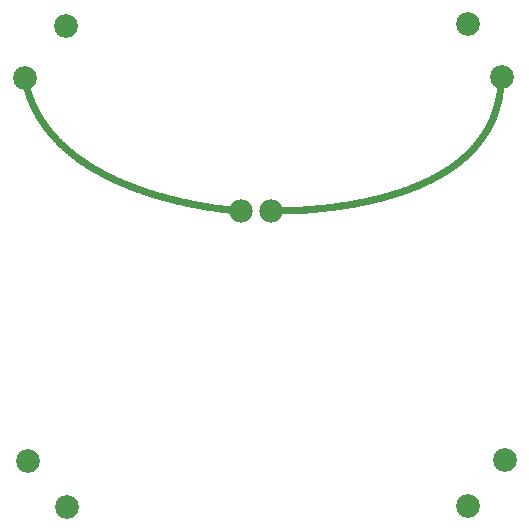
<source format=gbl>
G04 MADE WITH FRITZING*
G04 WWW.FRITZING.ORG*
G04 DOUBLE SIDED*
G04 HOLES PLATED*
G04 CONTOUR ON CENTER OF CONTOUR VECTOR*
%ASAXBY*%
%FSLAX23Y23*%
%MOIN*%
%OFA0B0*%
%SFA1.0B1.0*%
%ADD10C,0.079370*%
%ADD11C,0.078000*%
%ADD12R,0.001000X0.001000*%
%LNCOPPER0*%
G90*
G70*
G54D10*
X94Y244D03*
X222Y1694D03*
X1563Y92D03*
X84Y1521D03*
X1561Y1698D03*
X225Y88D03*
X1684Y247D03*
X1674Y1523D03*
G54D11*
X804Y1075D03*
X904Y1075D03*
G54D12*
X1670Y1536D02*
X1676Y1536D01*
X1668Y1535D02*
X1678Y1535D01*
X1666Y1534D02*
X1680Y1534D01*
X80Y1533D02*
X87Y1533D01*
X1665Y1533D02*
X1681Y1533D01*
X78Y1532D02*
X90Y1532D01*
X1664Y1532D02*
X1682Y1532D01*
X77Y1531D02*
X91Y1531D01*
X1663Y1531D02*
X1683Y1531D01*
X76Y1530D02*
X92Y1530D01*
X1663Y1530D02*
X1683Y1530D01*
X75Y1529D02*
X93Y1529D01*
X1662Y1529D02*
X1684Y1529D01*
X74Y1528D02*
X94Y1528D01*
X1662Y1528D02*
X1684Y1528D01*
X74Y1527D02*
X94Y1527D01*
X1662Y1527D02*
X1684Y1527D01*
X73Y1526D02*
X95Y1526D01*
X1662Y1526D02*
X1684Y1526D01*
X73Y1525D02*
X95Y1525D01*
X1662Y1525D02*
X1684Y1525D01*
X73Y1524D02*
X95Y1524D01*
X1661Y1524D02*
X1684Y1524D01*
X72Y1523D02*
X95Y1523D01*
X1661Y1523D02*
X1684Y1523D01*
X72Y1522D02*
X96Y1522D01*
X1661Y1522D02*
X1684Y1522D01*
X72Y1521D02*
X96Y1521D01*
X1661Y1521D02*
X1684Y1521D01*
X73Y1520D02*
X96Y1520D01*
X1661Y1520D02*
X1684Y1520D01*
X73Y1519D02*
X96Y1519D01*
X1661Y1519D02*
X1684Y1519D01*
X73Y1518D02*
X96Y1518D01*
X1661Y1518D02*
X1684Y1518D01*
X73Y1517D02*
X97Y1517D01*
X1661Y1517D02*
X1684Y1517D01*
X73Y1516D02*
X97Y1516D01*
X1661Y1516D02*
X1684Y1516D01*
X73Y1515D02*
X97Y1515D01*
X1661Y1515D02*
X1684Y1515D01*
X74Y1514D02*
X97Y1514D01*
X1661Y1514D02*
X1684Y1514D01*
X74Y1513D02*
X97Y1513D01*
X1661Y1513D02*
X1684Y1513D01*
X74Y1512D02*
X98Y1512D01*
X1661Y1512D02*
X1684Y1512D01*
X74Y1511D02*
X98Y1511D01*
X1661Y1511D02*
X1684Y1511D01*
X74Y1510D02*
X98Y1510D01*
X1661Y1510D02*
X1684Y1510D01*
X75Y1509D02*
X98Y1509D01*
X1661Y1509D02*
X1684Y1509D01*
X75Y1508D02*
X98Y1508D01*
X1661Y1508D02*
X1684Y1508D01*
X75Y1507D02*
X99Y1507D01*
X1661Y1507D02*
X1684Y1507D01*
X75Y1506D02*
X99Y1506D01*
X1661Y1506D02*
X1684Y1506D01*
X76Y1505D02*
X99Y1505D01*
X1661Y1505D02*
X1684Y1505D01*
X76Y1504D02*
X99Y1504D01*
X1661Y1504D02*
X1684Y1504D01*
X76Y1503D02*
X100Y1503D01*
X1661Y1503D02*
X1684Y1503D01*
X76Y1502D02*
X100Y1502D01*
X1661Y1502D02*
X1684Y1502D01*
X76Y1501D02*
X100Y1501D01*
X1661Y1501D02*
X1684Y1501D01*
X77Y1500D02*
X100Y1500D01*
X1661Y1500D02*
X1684Y1500D01*
X77Y1499D02*
X101Y1499D01*
X1660Y1499D02*
X1684Y1499D01*
X77Y1498D02*
X101Y1498D01*
X1660Y1498D02*
X1683Y1498D01*
X77Y1497D02*
X101Y1497D01*
X1660Y1497D02*
X1683Y1497D01*
X78Y1496D02*
X101Y1496D01*
X1660Y1496D02*
X1683Y1496D01*
X78Y1495D02*
X102Y1495D01*
X1660Y1495D02*
X1683Y1495D01*
X78Y1494D02*
X102Y1494D01*
X1660Y1494D02*
X1683Y1494D01*
X78Y1493D02*
X102Y1493D01*
X1660Y1493D02*
X1683Y1493D01*
X79Y1492D02*
X102Y1492D01*
X1660Y1492D02*
X1683Y1492D01*
X79Y1491D02*
X103Y1491D01*
X1660Y1491D02*
X1683Y1491D01*
X79Y1490D02*
X103Y1490D01*
X1660Y1490D02*
X1683Y1490D01*
X79Y1489D02*
X103Y1489D01*
X1660Y1489D02*
X1683Y1489D01*
X80Y1488D02*
X103Y1488D01*
X1660Y1488D02*
X1683Y1488D01*
X80Y1487D02*
X104Y1487D01*
X1659Y1487D02*
X1683Y1487D01*
X80Y1486D02*
X104Y1486D01*
X1659Y1486D02*
X1682Y1486D01*
X80Y1485D02*
X104Y1485D01*
X1659Y1485D02*
X1682Y1485D01*
X81Y1484D02*
X105Y1484D01*
X1659Y1484D02*
X1682Y1484D01*
X81Y1483D02*
X105Y1483D01*
X1659Y1483D02*
X1682Y1483D01*
X81Y1482D02*
X105Y1482D01*
X1659Y1482D02*
X1682Y1482D01*
X82Y1481D02*
X106Y1481D01*
X1659Y1481D02*
X1682Y1481D01*
X82Y1480D02*
X106Y1480D01*
X1659Y1480D02*
X1682Y1480D01*
X82Y1479D02*
X106Y1479D01*
X1659Y1479D02*
X1682Y1479D01*
X82Y1478D02*
X106Y1478D01*
X1658Y1478D02*
X1682Y1478D01*
X83Y1477D02*
X107Y1477D01*
X1658Y1477D02*
X1681Y1477D01*
X83Y1476D02*
X107Y1476D01*
X1658Y1476D02*
X1681Y1476D01*
X83Y1475D02*
X107Y1475D01*
X1658Y1475D02*
X1681Y1475D01*
X84Y1474D02*
X108Y1474D01*
X1658Y1474D02*
X1681Y1474D01*
X84Y1473D02*
X108Y1473D01*
X1658Y1473D02*
X1681Y1473D01*
X84Y1472D02*
X108Y1472D01*
X1658Y1472D02*
X1681Y1472D01*
X85Y1471D02*
X109Y1471D01*
X1658Y1471D02*
X1681Y1471D01*
X85Y1470D02*
X109Y1470D01*
X1657Y1470D02*
X1681Y1470D01*
X85Y1469D02*
X109Y1469D01*
X1657Y1469D02*
X1680Y1469D01*
X86Y1468D02*
X110Y1468D01*
X1657Y1468D02*
X1680Y1468D01*
X86Y1467D02*
X110Y1467D01*
X1657Y1467D02*
X1680Y1467D01*
X86Y1466D02*
X110Y1466D01*
X1657Y1466D02*
X1680Y1466D01*
X86Y1465D02*
X111Y1465D01*
X1657Y1465D02*
X1680Y1465D01*
X87Y1464D02*
X111Y1464D01*
X1656Y1464D02*
X1680Y1464D01*
X87Y1463D02*
X111Y1463D01*
X1656Y1463D02*
X1679Y1463D01*
X87Y1462D02*
X112Y1462D01*
X1656Y1462D02*
X1679Y1462D01*
X88Y1461D02*
X112Y1461D01*
X1656Y1461D02*
X1679Y1461D01*
X88Y1460D02*
X112Y1460D01*
X1656Y1460D02*
X1679Y1460D01*
X88Y1459D02*
X113Y1459D01*
X1656Y1459D02*
X1679Y1459D01*
X89Y1458D02*
X113Y1458D01*
X1655Y1458D02*
X1679Y1458D01*
X89Y1457D02*
X114Y1457D01*
X1655Y1457D02*
X1678Y1457D01*
X90Y1456D02*
X114Y1456D01*
X1655Y1456D02*
X1678Y1456D01*
X90Y1455D02*
X114Y1455D01*
X1655Y1455D02*
X1678Y1455D01*
X90Y1454D02*
X115Y1454D01*
X1655Y1454D02*
X1678Y1454D01*
X91Y1453D02*
X115Y1453D01*
X1654Y1453D02*
X1678Y1453D01*
X91Y1452D02*
X115Y1452D01*
X1654Y1452D02*
X1678Y1452D01*
X91Y1451D02*
X116Y1451D01*
X1654Y1451D02*
X1677Y1451D01*
X92Y1450D02*
X116Y1450D01*
X1654Y1450D02*
X1677Y1450D01*
X92Y1449D02*
X117Y1449D01*
X1654Y1449D02*
X1677Y1449D01*
X92Y1448D02*
X117Y1448D01*
X1653Y1448D02*
X1677Y1448D01*
X93Y1447D02*
X117Y1447D01*
X1653Y1447D02*
X1677Y1447D01*
X93Y1446D02*
X118Y1446D01*
X1653Y1446D02*
X1676Y1446D01*
X94Y1445D02*
X118Y1445D01*
X1653Y1445D02*
X1676Y1445D01*
X94Y1444D02*
X119Y1444D01*
X1653Y1444D02*
X1676Y1444D01*
X94Y1443D02*
X119Y1443D01*
X1652Y1443D02*
X1676Y1443D01*
X95Y1442D02*
X120Y1442D01*
X1652Y1442D02*
X1676Y1442D01*
X95Y1441D02*
X120Y1441D01*
X1652Y1441D02*
X1675Y1441D01*
X96Y1440D02*
X120Y1440D01*
X1652Y1440D02*
X1675Y1440D01*
X96Y1439D02*
X121Y1439D01*
X1651Y1439D02*
X1675Y1439D01*
X96Y1438D02*
X121Y1438D01*
X1651Y1438D02*
X1675Y1438D01*
X97Y1437D02*
X122Y1437D01*
X1651Y1437D02*
X1674Y1437D01*
X97Y1436D02*
X122Y1436D01*
X1651Y1436D02*
X1674Y1436D01*
X98Y1435D02*
X123Y1435D01*
X1650Y1435D02*
X1674Y1435D01*
X98Y1434D02*
X123Y1434D01*
X1650Y1434D02*
X1674Y1434D01*
X99Y1433D02*
X123Y1433D01*
X1650Y1433D02*
X1673Y1433D01*
X99Y1432D02*
X124Y1432D01*
X1650Y1432D02*
X1673Y1432D01*
X99Y1431D02*
X124Y1431D01*
X1649Y1431D02*
X1673Y1431D01*
X100Y1430D02*
X125Y1430D01*
X1649Y1430D02*
X1673Y1430D01*
X100Y1429D02*
X125Y1429D01*
X1649Y1429D02*
X1673Y1429D01*
X101Y1428D02*
X126Y1428D01*
X1649Y1428D02*
X1672Y1428D01*
X101Y1427D02*
X126Y1427D01*
X1648Y1427D02*
X1672Y1427D01*
X102Y1426D02*
X127Y1426D01*
X1648Y1426D02*
X1672Y1426D01*
X102Y1425D02*
X127Y1425D01*
X1648Y1425D02*
X1671Y1425D01*
X102Y1424D02*
X128Y1424D01*
X1647Y1424D02*
X1671Y1424D01*
X103Y1423D02*
X128Y1423D01*
X1647Y1423D02*
X1671Y1423D01*
X103Y1422D02*
X129Y1422D01*
X1647Y1422D02*
X1671Y1422D01*
X104Y1421D02*
X129Y1421D01*
X1646Y1421D02*
X1670Y1421D01*
X104Y1420D02*
X130Y1420D01*
X1646Y1420D02*
X1670Y1420D01*
X105Y1419D02*
X130Y1419D01*
X1646Y1419D02*
X1670Y1419D01*
X105Y1418D02*
X131Y1418D01*
X1646Y1418D02*
X1670Y1418D01*
X106Y1417D02*
X131Y1417D01*
X1645Y1417D02*
X1669Y1417D01*
X106Y1416D02*
X132Y1416D01*
X1645Y1416D02*
X1669Y1416D01*
X107Y1415D02*
X132Y1415D01*
X1645Y1415D02*
X1669Y1415D01*
X107Y1414D02*
X133Y1414D01*
X1644Y1414D02*
X1668Y1414D01*
X108Y1413D02*
X133Y1413D01*
X1644Y1413D02*
X1668Y1413D01*
X108Y1412D02*
X134Y1412D01*
X1644Y1412D02*
X1668Y1412D01*
X109Y1411D02*
X134Y1411D01*
X1643Y1411D02*
X1667Y1411D01*
X109Y1410D02*
X135Y1410D01*
X1643Y1410D02*
X1667Y1410D01*
X110Y1409D02*
X135Y1409D01*
X1643Y1409D02*
X1667Y1409D01*
X110Y1408D02*
X136Y1408D01*
X1642Y1408D02*
X1666Y1408D01*
X111Y1407D02*
X136Y1407D01*
X1642Y1407D02*
X1666Y1407D01*
X111Y1406D02*
X137Y1406D01*
X1642Y1406D02*
X1666Y1406D01*
X112Y1405D02*
X138Y1405D01*
X1641Y1405D02*
X1666Y1405D01*
X112Y1404D02*
X138Y1404D01*
X1641Y1404D02*
X1665Y1404D01*
X113Y1403D02*
X139Y1403D01*
X1640Y1403D02*
X1665Y1403D01*
X113Y1402D02*
X139Y1402D01*
X1640Y1402D02*
X1665Y1402D01*
X114Y1401D02*
X140Y1401D01*
X1640Y1401D02*
X1664Y1401D01*
X114Y1400D02*
X140Y1400D01*
X1639Y1400D02*
X1664Y1400D01*
X115Y1399D02*
X141Y1399D01*
X1639Y1399D02*
X1663Y1399D01*
X115Y1398D02*
X142Y1398D01*
X1639Y1398D02*
X1663Y1398D01*
X116Y1397D02*
X142Y1397D01*
X1638Y1397D02*
X1663Y1397D01*
X116Y1396D02*
X143Y1396D01*
X1638Y1396D02*
X1662Y1396D01*
X117Y1395D02*
X143Y1395D01*
X1637Y1395D02*
X1662Y1395D01*
X118Y1394D02*
X144Y1394D01*
X1637Y1394D02*
X1662Y1394D01*
X118Y1393D02*
X145Y1393D01*
X1637Y1393D02*
X1661Y1393D01*
X119Y1392D02*
X145Y1392D01*
X1636Y1392D02*
X1661Y1392D01*
X119Y1391D02*
X146Y1391D01*
X1636Y1391D02*
X1661Y1391D01*
X120Y1390D02*
X146Y1390D01*
X1635Y1390D02*
X1660Y1390D01*
X121Y1389D02*
X147Y1389D01*
X1635Y1389D02*
X1660Y1389D01*
X121Y1388D02*
X148Y1388D01*
X1635Y1388D02*
X1659Y1388D01*
X122Y1387D02*
X148Y1387D01*
X1634Y1387D02*
X1659Y1387D01*
X122Y1386D02*
X149Y1386D01*
X1634Y1386D02*
X1659Y1386D01*
X123Y1385D02*
X150Y1385D01*
X1633Y1385D02*
X1658Y1385D01*
X123Y1384D02*
X150Y1384D01*
X1633Y1384D02*
X1658Y1384D01*
X124Y1383D02*
X151Y1383D01*
X1632Y1383D02*
X1657Y1383D01*
X125Y1382D02*
X152Y1382D01*
X1632Y1382D02*
X1657Y1382D01*
X125Y1381D02*
X152Y1381D01*
X1632Y1381D02*
X1657Y1381D01*
X126Y1380D02*
X153Y1380D01*
X1631Y1380D02*
X1656Y1380D01*
X126Y1379D02*
X154Y1379D01*
X1631Y1379D02*
X1656Y1379D01*
X127Y1378D02*
X154Y1378D01*
X1630Y1378D02*
X1655Y1378D01*
X128Y1377D02*
X155Y1377D01*
X1630Y1377D02*
X1655Y1377D01*
X128Y1376D02*
X155Y1376D01*
X1629Y1376D02*
X1655Y1376D01*
X129Y1375D02*
X156Y1375D01*
X1629Y1375D02*
X1654Y1375D01*
X130Y1374D02*
X157Y1374D01*
X1628Y1374D02*
X1654Y1374D01*
X130Y1373D02*
X158Y1373D01*
X1628Y1373D02*
X1653Y1373D01*
X131Y1372D02*
X158Y1372D01*
X1627Y1372D02*
X1653Y1372D01*
X132Y1371D02*
X159Y1371D01*
X1627Y1371D02*
X1652Y1371D01*
X132Y1370D02*
X160Y1370D01*
X1626Y1370D02*
X1652Y1370D01*
X133Y1369D02*
X160Y1369D01*
X1626Y1369D02*
X1651Y1369D01*
X133Y1368D02*
X161Y1368D01*
X1625Y1368D02*
X1651Y1368D01*
X134Y1367D02*
X162Y1367D01*
X1625Y1367D02*
X1650Y1367D01*
X135Y1366D02*
X163Y1366D01*
X1624Y1366D02*
X1650Y1366D01*
X135Y1365D02*
X163Y1365D01*
X1624Y1365D02*
X1650Y1365D01*
X136Y1364D02*
X164Y1364D01*
X1623Y1364D02*
X1649Y1364D01*
X137Y1363D02*
X165Y1363D01*
X1623Y1363D02*
X1649Y1363D01*
X137Y1362D02*
X165Y1362D01*
X1622Y1362D02*
X1648Y1362D01*
X138Y1361D02*
X166Y1361D01*
X1622Y1361D02*
X1648Y1361D01*
X139Y1360D02*
X167Y1360D01*
X1621Y1360D02*
X1647Y1360D01*
X140Y1359D02*
X168Y1359D01*
X1621Y1359D02*
X1647Y1359D01*
X140Y1358D02*
X169Y1358D01*
X1620Y1358D02*
X1646Y1358D01*
X141Y1357D02*
X169Y1357D01*
X1619Y1357D02*
X1646Y1357D01*
X142Y1356D02*
X170Y1356D01*
X1619Y1356D02*
X1645Y1356D01*
X142Y1355D02*
X171Y1355D01*
X1618Y1355D02*
X1645Y1355D01*
X143Y1354D02*
X172Y1354D01*
X1618Y1354D02*
X1644Y1354D01*
X144Y1353D02*
X172Y1353D01*
X1617Y1353D02*
X1644Y1353D01*
X144Y1352D02*
X173Y1352D01*
X1617Y1352D02*
X1643Y1352D01*
X145Y1351D02*
X174Y1351D01*
X1616Y1351D02*
X1643Y1351D01*
X146Y1350D02*
X175Y1350D01*
X1615Y1350D02*
X1642Y1350D01*
X147Y1349D02*
X176Y1349D01*
X1615Y1349D02*
X1641Y1349D01*
X147Y1348D02*
X176Y1348D01*
X1614Y1348D02*
X1641Y1348D01*
X148Y1347D02*
X177Y1347D01*
X1614Y1347D02*
X1640Y1347D01*
X149Y1346D02*
X178Y1346D01*
X1613Y1346D02*
X1640Y1346D01*
X150Y1345D02*
X179Y1345D01*
X1613Y1345D02*
X1639Y1345D01*
X150Y1344D02*
X180Y1344D01*
X1612Y1344D02*
X1639Y1344D01*
X151Y1343D02*
X181Y1343D01*
X1611Y1343D02*
X1638Y1343D01*
X152Y1342D02*
X181Y1342D01*
X1611Y1342D02*
X1637Y1342D01*
X153Y1341D02*
X182Y1341D01*
X1610Y1341D02*
X1637Y1341D01*
X154Y1340D02*
X183Y1340D01*
X1609Y1340D02*
X1636Y1340D01*
X154Y1339D02*
X184Y1339D01*
X1609Y1339D02*
X1636Y1339D01*
X155Y1338D02*
X185Y1338D01*
X1608Y1338D02*
X1635Y1338D01*
X156Y1337D02*
X186Y1337D01*
X1607Y1337D02*
X1635Y1337D01*
X157Y1336D02*
X187Y1336D01*
X1607Y1336D02*
X1634Y1336D01*
X157Y1335D02*
X187Y1335D01*
X1606Y1335D02*
X1633Y1335D01*
X158Y1334D02*
X188Y1334D01*
X1605Y1334D02*
X1633Y1334D01*
X159Y1333D02*
X189Y1333D01*
X1605Y1333D02*
X1632Y1333D01*
X160Y1332D02*
X190Y1332D01*
X1604Y1332D02*
X1632Y1332D01*
X161Y1331D02*
X191Y1331D01*
X1603Y1331D02*
X1631Y1331D01*
X162Y1330D02*
X192Y1330D01*
X1603Y1330D02*
X1630Y1330D01*
X162Y1329D02*
X193Y1329D01*
X1602Y1329D02*
X1630Y1329D01*
X163Y1328D02*
X194Y1328D01*
X1601Y1328D02*
X1629Y1328D01*
X164Y1327D02*
X195Y1327D01*
X1601Y1327D02*
X1628Y1327D01*
X165Y1326D02*
X196Y1326D01*
X1600Y1326D02*
X1628Y1326D01*
X166Y1325D02*
X197Y1325D01*
X1599Y1325D02*
X1627Y1325D01*
X167Y1324D02*
X197Y1324D01*
X1599Y1324D02*
X1626Y1324D01*
X167Y1323D02*
X198Y1323D01*
X1598Y1323D02*
X1626Y1323D01*
X168Y1322D02*
X199Y1322D01*
X1597Y1322D02*
X1625Y1322D01*
X169Y1321D02*
X200Y1321D01*
X1596Y1321D02*
X1624Y1321D01*
X170Y1320D02*
X201Y1320D01*
X1596Y1320D02*
X1624Y1320D01*
X171Y1319D02*
X202Y1319D01*
X1595Y1319D02*
X1623Y1319D01*
X172Y1318D02*
X203Y1318D01*
X1594Y1318D02*
X1623Y1318D01*
X173Y1317D02*
X204Y1317D01*
X1593Y1317D02*
X1622Y1317D01*
X174Y1316D02*
X205Y1316D01*
X1593Y1316D02*
X1621Y1316D01*
X174Y1315D02*
X206Y1315D01*
X1592Y1315D02*
X1621Y1315D01*
X175Y1314D02*
X207Y1314D01*
X1591Y1314D02*
X1620Y1314D01*
X176Y1313D02*
X208Y1313D01*
X1590Y1313D02*
X1619Y1313D01*
X177Y1312D02*
X209Y1312D01*
X1590Y1312D02*
X1618Y1312D01*
X178Y1311D02*
X210Y1311D01*
X1589Y1311D02*
X1618Y1311D01*
X179Y1310D02*
X211Y1310D01*
X1588Y1310D02*
X1617Y1310D01*
X180Y1309D02*
X212Y1309D01*
X1587Y1309D02*
X1616Y1309D01*
X181Y1308D02*
X213Y1308D01*
X1586Y1308D02*
X1615Y1308D01*
X182Y1307D02*
X214Y1307D01*
X1585Y1307D02*
X1615Y1307D01*
X183Y1306D02*
X215Y1306D01*
X1585Y1306D02*
X1614Y1306D01*
X184Y1305D02*
X217Y1305D01*
X1584Y1305D02*
X1613Y1305D01*
X185Y1304D02*
X218Y1304D01*
X1583Y1304D02*
X1612Y1304D01*
X186Y1303D02*
X219Y1303D01*
X1582Y1303D02*
X1612Y1303D01*
X187Y1302D02*
X220Y1302D01*
X1581Y1302D02*
X1611Y1302D01*
X188Y1301D02*
X221Y1301D01*
X1581Y1301D02*
X1610Y1301D01*
X188Y1300D02*
X222Y1300D01*
X1580Y1300D02*
X1610Y1300D01*
X189Y1299D02*
X223Y1299D01*
X1579Y1299D02*
X1609Y1299D01*
X190Y1298D02*
X224Y1298D01*
X1578Y1298D02*
X1608Y1298D01*
X191Y1297D02*
X225Y1297D01*
X1577Y1297D02*
X1607Y1297D01*
X192Y1296D02*
X226Y1296D01*
X1576Y1296D02*
X1606Y1296D01*
X193Y1295D02*
X227Y1295D01*
X1575Y1295D02*
X1605Y1295D01*
X194Y1294D02*
X229Y1294D01*
X1574Y1294D02*
X1605Y1294D01*
X195Y1293D02*
X230Y1293D01*
X1573Y1293D02*
X1604Y1293D01*
X196Y1292D02*
X231Y1292D01*
X1572Y1292D02*
X1603Y1292D01*
X197Y1291D02*
X232Y1291D01*
X1572Y1291D02*
X1602Y1291D01*
X199Y1290D02*
X233Y1290D01*
X1571Y1290D02*
X1601Y1290D01*
X200Y1289D02*
X234Y1289D01*
X1570Y1289D02*
X1601Y1289D01*
X201Y1288D02*
X235Y1288D01*
X1569Y1288D02*
X1600Y1288D01*
X202Y1287D02*
X236Y1287D01*
X1568Y1287D02*
X1599Y1287D01*
X203Y1286D02*
X238Y1286D01*
X1567Y1286D02*
X1598Y1286D01*
X204Y1285D02*
X239Y1285D01*
X1566Y1285D02*
X1597Y1285D01*
X205Y1284D02*
X240Y1284D01*
X1565Y1284D02*
X1596Y1284D01*
X206Y1283D02*
X241Y1283D01*
X1564Y1283D02*
X1595Y1283D01*
X207Y1282D02*
X243Y1282D01*
X1563Y1282D02*
X1595Y1282D01*
X208Y1281D02*
X244Y1281D01*
X1562Y1281D02*
X1594Y1281D01*
X209Y1280D02*
X245Y1280D01*
X1561Y1280D02*
X1593Y1280D01*
X210Y1279D02*
X246Y1279D01*
X1560Y1279D02*
X1592Y1279D01*
X211Y1278D02*
X247Y1278D01*
X1559Y1278D02*
X1591Y1278D01*
X213Y1277D02*
X249Y1277D01*
X1558Y1277D02*
X1590Y1277D01*
X214Y1276D02*
X250Y1276D01*
X1557Y1276D02*
X1589Y1276D01*
X215Y1275D02*
X251Y1275D01*
X1556Y1275D02*
X1588Y1275D01*
X216Y1274D02*
X252Y1274D01*
X1555Y1274D02*
X1587Y1274D01*
X217Y1273D02*
X254Y1273D01*
X1554Y1273D02*
X1587Y1273D01*
X218Y1272D02*
X255Y1272D01*
X1553Y1272D02*
X1586Y1272D01*
X219Y1271D02*
X256Y1271D01*
X1552Y1271D02*
X1585Y1271D01*
X220Y1270D02*
X258Y1270D01*
X1551Y1270D02*
X1584Y1270D01*
X222Y1269D02*
X259Y1269D01*
X1549Y1269D02*
X1583Y1269D01*
X223Y1268D02*
X260Y1268D01*
X1548Y1268D02*
X1582Y1268D01*
X224Y1267D02*
X261Y1267D01*
X1547Y1267D02*
X1581Y1267D01*
X225Y1266D02*
X263Y1266D01*
X1546Y1266D02*
X1580Y1266D01*
X226Y1265D02*
X264Y1265D01*
X1545Y1265D02*
X1579Y1265D01*
X228Y1264D02*
X265Y1264D01*
X1544Y1264D02*
X1578Y1264D01*
X229Y1263D02*
X267Y1263D01*
X1543Y1263D02*
X1577Y1263D01*
X230Y1262D02*
X268Y1262D01*
X1542Y1262D02*
X1576Y1262D01*
X231Y1261D02*
X269Y1261D01*
X1541Y1261D02*
X1575Y1261D01*
X232Y1260D02*
X271Y1260D01*
X1539Y1260D02*
X1574Y1260D01*
X234Y1259D02*
X272Y1259D01*
X1538Y1259D02*
X1573Y1259D01*
X235Y1258D02*
X274Y1258D01*
X1537Y1258D02*
X1572Y1258D01*
X236Y1257D02*
X275Y1257D01*
X1536Y1257D02*
X1571Y1257D01*
X237Y1256D02*
X276Y1256D01*
X1535Y1256D02*
X1570Y1256D01*
X239Y1255D02*
X278Y1255D01*
X1534Y1255D02*
X1569Y1255D01*
X240Y1254D02*
X279Y1254D01*
X1532Y1254D02*
X1568Y1254D01*
X241Y1253D02*
X281Y1253D01*
X1531Y1253D02*
X1566Y1253D01*
X243Y1252D02*
X282Y1252D01*
X1530Y1252D02*
X1565Y1252D01*
X244Y1251D02*
X284Y1251D01*
X1529Y1251D02*
X1564Y1251D01*
X245Y1250D02*
X285Y1250D01*
X1527Y1250D02*
X1563Y1250D01*
X246Y1249D02*
X286Y1249D01*
X1526Y1249D02*
X1562Y1249D01*
X248Y1248D02*
X288Y1248D01*
X1525Y1248D02*
X1561Y1248D01*
X249Y1247D02*
X289Y1247D01*
X1524Y1247D02*
X1560Y1247D01*
X250Y1246D02*
X291Y1246D01*
X1522Y1246D02*
X1559Y1246D01*
X252Y1245D02*
X292Y1245D01*
X1521Y1245D02*
X1558Y1245D01*
X253Y1244D02*
X294Y1244D01*
X1520Y1244D02*
X1557Y1244D01*
X255Y1243D02*
X295Y1243D01*
X1519Y1243D02*
X1555Y1243D01*
X256Y1242D02*
X297Y1242D01*
X1517Y1242D02*
X1554Y1242D01*
X257Y1241D02*
X299Y1241D01*
X1516Y1241D02*
X1553Y1241D01*
X259Y1240D02*
X300Y1240D01*
X1515Y1240D02*
X1552Y1240D01*
X260Y1239D02*
X302Y1239D01*
X1513Y1239D02*
X1551Y1239D01*
X261Y1238D02*
X303Y1238D01*
X1512Y1238D02*
X1550Y1238D01*
X263Y1237D02*
X305Y1237D01*
X1510Y1237D02*
X1548Y1237D01*
X264Y1236D02*
X306Y1236D01*
X1509Y1236D02*
X1547Y1236D01*
X266Y1235D02*
X308Y1235D01*
X1508Y1235D02*
X1546Y1235D01*
X267Y1234D02*
X310Y1234D01*
X1506Y1234D02*
X1545Y1234D01*
X269Y1233D02*
X311Y1233D01*
X1505Y1233D02*
X1544Y1233D01*
X270Y1232D02*
X313Y1232D01*
X1504Y1232D02*
X1542Y1232D01*
X271Y1231D02*
X315Y1231D01*
X1502Y1231D02*
X1541Y1231D01*
X273Y1230D02*
X316Y1230D01*
X1501Y1230D02*
X1540Y1230D01*
X274Y1229D02*
X318Y1229D01*
X1499Y1229D02*
X1539Y1229D01*
X276Y1228D02*
X319Y1228D01*
X1498Y1228D02*
X1537Y1228D01*
X277Y1227D02*
X321Y1227D01*
X1496Y1227D02*
X1536Y1227D01*
X279Y1226D02*
X323Y1226D01*
X1495Y1226D02*
X1535Y1226D01*
X280Y1225D02*
X325Y1225D01*
X1493Y1225D02*
X1533Y1225D01*
X282Y1224D02*
X326Y1224D01*
X1492Y1224D02*
X1532Y1224D01*
X283Y1223D02*
X328Y1223D01*
X1490Y1223D02*
X1531Y1223D01*
X285Y1222D02*
X330Y1222D01*
X1489Y1222D02*
X1530Y1222D01*
X286Y1221D02*
X332Y1221D01*
X1487Y1221D02*
X1528Y1221D01*
X288Y1220D02*
X333Y1220D01*
X1486Y1220D02*
X1527Y1220D01*
X290Y1219D02*
X335Y1219D01*
X1484Y1219D02*
X1525Y1219D01*
X291Y1218D02*
X337Y1218D01*
X1482Y1218D02*
X1524Y1218D01*
X293Y1217D02*
X339Y1217D01*
X1481Y1217D02*
X1523Y1217D01*
X294Y1216D02*
X340Y1216D01*
X1479Y1216D02*
X1521Y1216D01*
X296Y1215D02*
X342Y1215D01*
X1478Y1215D02*
X1520Y1215D01*
X297Y1214D02*
X344Y1214D01*
X1476Y1214D02*
X1518Y1214D01*
X299Y1213D02*
X346Y1213D01*
X1474Y1213D02*
X1517Y1213D01*
X301Y1212D02*
X348Y1212D01*
X1473Y1212D02*
X1516Y1212D01*
X302Y1211D02*
X350Y1211D01*
X1471Y1211D02*
X1514Y1211D01*
X304Y1210D02*
X352Y1210D01*
X1469Y1210D02*
X1513Y1210D01*
X306Y1209D02*
X353Y1209D01*
X1468Y1209D02*
X1511Y1209D01*
X307Y1208D02*
X355Y1208D01*
X1466Y1208D02*
X1510Y1208D01*
X309Y1207D02*
X357Y1207D01*
X1464Y1207D02*
X1508Y1207D01*
X311Y1206D02*
X359Y1206D01*
X1462Y1206D02*
X1507Y1206D01*
X312Y1205D02*
X361Y1205D01*
X1461Y1205D02*
X1505Y1205D01*
X314Y1204D02*
X363Y1204D01*
X1459Y1204D02*
X1504Y1204D01*
X316Y1203D02*
X365Y1203D01*
X1457Y1203D02*
X1502Y1203D01*
X318Y1202D02*
X367Y1202D01*
X1456Y1202D02*
X1501Y1202D01*
X319Y1201D02*
X369Y1201D01*
X1454Y1201D02*
X1499Y1201D01*
X321Y1200D02*
X371Y1200D01*
X1452Y1200D02*
X1498Y1200D01*
X323Y1199D02*
X373Y1199D01*
X1450Y1199D02*
X1496Y1199D01*
X325Y1198D02*
X375Y1198D01*
X1448Y1198D02*
X1495Y1198D01*
X326Y1197D02*
X377Y1197D01*
X1446Y1197D02*
X1493Y1197D01*
X328Y1196D02*
X379Y1196D01*
X1444Y1196D02*
X1491Y1196D01*
X330Y1195D02*
X381Y1195D01*
X1442Y1195D02*
X1490Y1195D01*
X332Y1194D02*
X384Y1194D01*
X1441Y1194D02*
X1488Y1194D01*
X334Y1193D02*
X386Y1193D01*
X1439Y1193D02*
X1486Y1193D01*
X336Y1192D02*
X388Y1192D01*
X1437Y1192D02*
X1485Y1192D01*
X337Y1191D02*
X390Y1191D01*
X1435Y1191D02*
X1483Y1191D01*
X339Y1190D02*
X392Y1190D01*
X1433Y1190D02*
X1482Y1190D01*
X341Y1189D02*
X394Y1189D01*
X1431Y1189D02*
X1480Y1189D01*
X343Y1188D02*
X396Y1188D01*
X1429Y1188D02*
X1478Y1188D01*
X345Y1187D02*
X399Y1187D01*
X1427Y1187D02*
X1476Y1187D01*
X347Y1186D02*
X401Y1186D01*
X1425Y1186D02*
X1475Y1186D01*
X349Y1185D02*
X403Y1185D01*
X1423Y1185D02*
X1473Y1185D01*
X351Y1184D02*
X405Y1184D01*
X1420Y1184D02*
X1471Y1184D01*
X353Y1183D02*
X408Y1183D01*
X1418Y1183D02*
X1469Y1183D01*
X355Y1182D02*
X410Y1182D01*
X1416Y1182D02*
X1468Y1182D01*
X357Y1181D02*
X412Y1181D01*
X1414Y1181D02*
X1466Y1181D01*
X359Y1180D02*
X415Y1180D01*
X1412Y1180D02*
X1464Y1180D01*
X361Y1179D02*
X417Y1179D01*
X1410Y1179D02*
X1462Y1179D01*
X363Y1178D02*
X419Y1178D01*
X1407Y1178D02*
X1460Y1178D01*
X365Y1177D02*
X422Y1177D01*
X1405Y1177D02*
X1458Y1177D01*
X367Y1176D02*
X424Y1176D01*
X1403Y1176D02*
X1456Y1176D01*
X369Y1175D02*
X427Y1175D01*
X1401Y1175D02*
X1455Y1175D01*
X371Y1174D02*
X429Y1174D01*
X1398Y1174D02*
X1453Y1174D01*
X373Y1173D02*
X432Y1173D01*
X1396Y1173D02*
X1451Y1173D01*
X375Y1172D02*
X434Y1172D01*
X1394Y1172D02*
X1449Y1172D01*
X377Y1171D02*
X437Y1171D01*
X1391Y1171D02*
X1447Y1171D01*
X379Y1170D02*
X439Y1170D01*
X1389Y1170D02*
X1445Y1170D01*
X381Y1169D02*
X442Y1169D01*
X1386Y1169D02*
X1443Y1169D01*
X384Y1168D02*
X444Y1168D01*
X1384Y1168D02*
X1441Y1168D01*
X386Y1167D02*
X447Y1167D01*
X1381Y1167D02*
X1439Y1167D01*
X388Y1166D02*
X449Y1166D01*
X1379Y1166D02*
X1437Y1166D01*
X390Y1165D02*
X452Y1165D01*
X1376Y1165D02*
X1435Y1165D01*
X392Y1164D02*
X455Y1164D01*
X1374Y1164D02*
X1433Y1164D01*
X395Y1163D02*
X457Y1163D01*
X1371Y1163D02*
X1431Y1163D01*
X397Y1162D02*
X460Y1162D01*
X1369Y1162D02*
X1429Y1162D01*
X399Y1161D02*
X463Y1161D01*
X1366Y1161D02*
X1426Y1161D01*
X402Y1160D02*
X465Y1160D01*
X1363Y1160D02*
X1424Y1160D01*
X404Y1159D02*
X468Y1159D01*
X1361Y1159D02*
X1422Y1159D01*
X406Y1158D02*
X471Y1158D01*
X1358Y1158D02*
X1420Y1158D01*
X409Y1157D02*
X474Y1157D01*
X1356Y1157D02*
X1418Y1157D01*
X411Y1156D02*
X477Y1156D01*
X1353Y1156D02*
X1416Y1156D01*
X413Y1155D02*
X480Y1155D01*
X1350Y1155D02*
X1413Y1155D01*
X416Y1154D02*
X482Y1154D01*
X1347Y1154D02*
X1411Y1154D01*
X418Y1153D02*
X485Y1153D01*
X1344Y1153D02*
X1409Y1153D01*
X420Y1152D02*
X488Y1152D01*
X1341Y1152D02*
X1406Y1152D01*
X423Y1151D02*
X491Y1151D01*
X1338Y1151D02*
X1404Y1151D01*
X425Y1150D02*
X494Y1150D01*
X1335Y1150D02*
X1402Y1150D01*
X428Y1149D02*
X497Y1149D01*
X1332Y1149D02*
X1400Y1149D01*
X430Y1148D02*
X500Y1148D01*
X1329Y1148D02*
X1397Y1148D01*
X433Y1147D02*
X503Y1147D01*
X1326Y1147D02*
X1395Y1147D01*
X435Y1146D02*
X506Y1146D01*
X1323Y1146D02*
X1392Y1146D01*
X438Y1145D02*
X510Y1145D01*
X1320Y1145D02*
X1390Y1145D01*
X441Y1144D02*
X513Y1144D01*
X1317Y1144D02*
X1387Y1144D01*
X443Y1143D02*
X516Y1143D01*
X1314Y1143D02*
X1385Y1143D01*
X446Y1142D02*
X520Y1142D01*
X1310Y1142D02*
X1382Y1142D01*
X449Y1141D02*
X523Y1141D01*
X1307Y1141D02*
X1380Y1141D01*
X451Y1140D02*
X526Y1140D01*
X1304Y1140D02*
X1377Y1140D01*
X454Y1139D02*
X529Y1139D01*
X1300Y1139D02*
X1375Y1139D01*
X457Y1138D02*
X533Y1138D01*
X1297Y1138D02*
X1372Y1138D01*
X459Y1137D02*
X536Y1137D01*
X1293Y1137D02*
X1369Y1137D01*
X462Y1136D02*
X539Y1136D01*
X1290Y1136D02*
X1367Y1136D01*
X465Y1135D02*
X543Y1135D01*
X1286Y1135D02*
X1364Y1135D01*
X468Y1134D02*
X547Y1134D01*
X1283Y1134D02*
X1361Y1134D01*
X471Y1133D02*
X550Y1133D01*
X1279Y1133D02*
X1358Y1133D01*
X474Y1132D02*
X554Y1132D01*
X1275Y1132D02*
X1356Y1132D01*
X476Y1131D02*
X558Y1131D01*
X1272Y1131D02*
X1353Y1131D01*
X479Y1130D02*
X561Y1130D01*
X1268Y1130D02*
X1350Y1130D01*
X482Y1129D02*
X565Y1129D01*
X1264Y1129D02*
X1347Y1129D01*
X485Y1128D02*
X569Y1128D01*
X1260Y1128D02*
X1344Y1128D01*
X488Y1127D02*
X573Y1127D01*
X1256Y1127D02*
X1341Y1127D01*
X491Y1126D02*
X577Y1126D01*
X1252Y1126D02*
X1338Y1126D01*
X494Y1125D02*
X581Y1125D01*
X1248Y1125D02*
X1335Y1125D01*
X497Y1124D02*
X585Y1124D01*
X1243Y1124D02*
X1332Y1124D01*
X501Y1123D02*
X589Y1123D01*
X1239Y1123D02*
X1329Y1123D01*
X504Y1122D02*
X593Y1122D01*
X1235Y1122D02*
X1326Y1122D01*
X507Y1121D02*
X597Y1121D01*
X1230Y1121D02*
X1323Y1121D01*
X510Y1120D02*
X601Y1120D01*
X1226Y1120D02*
X1319Y1120D01*
X514Y1119D02*
X605Y1119D01*
X1221Y1119D02*
X1316Y1119D01*
X517Y1118D02*
X610Y1118D01*
X1216Y1118D02*
X1313Y1118D01*
X520Y1117D02*
X614Y1117D01*
X1212Y1117D02*
X1310Y1117D01*
X524Y1116D02*
X619Y1116D01*
X1207Y1116D02*
X1306Y1116D01*
X527Y1115D02*
X623Y1115D01*
X1202Y1115D02*
X1303Y1115D01*
X530Y1114D02*
X628Y1114D01*
X1197Y1114D02*
X1299Y1114D01*
X534Y1113D02*
X632Y1113D01*
X1191Y1113D02*
X1296Y1113D01*
X537Y1112D02*
X637Y1112D01*
X1186Y1112D02*
X1292Y1112D01*
X541Y1111D02*
X642Y1111D01*
X1180Y1111D02*
X1289Y1111D01*
X545Y1110D02*
X647Y1110D01*
X1175Y1110D02*
X1285Y1110D01*
X548Y1109D02*
X652Y1109D01*
X1169Y1109D02*
X1281Y1109D01*
X552Y1108D02*
X657Y1108D01*
X1163Y1108D02*
X1277Y1108D01*
X555Y1107D02*
X663Y1107D01*
X1157Y1107D02*
X1274Y1107D01*
X559Y1106D02*
X668Y1106D01*
X1151Y1106D02*
X1270Y1106D01*
X563Y1105D02*
X674Y1105D01*
X1144Y1105D02*
X1266Y1105D01*
X567Y1104D02*
X679Y1104D01*
X1137Y1104D02*
X1262Y1104D01*
X571Y1103D02*
X685Y1103D01*
X1130Y1103D02*
X1258Y1103D01*
X575Y1102D02*
X691Y1102D01*
X1123Y1102D02*
X1254Y1102D01*
X579Y1101D02*
X697Y1101D01*
X1116Y1101D02*
X1249Y1101D01*
X583Y1100D02*
X703Y1100D01*
X1108Y1100D02*
X1245Y1100D01*
X587Y1099D02*
X710Y1099D01*
X1100Y1099D02*
X1241Y1099D01*
X591Y1098D02*
X716Y1098D01*
X1091Y1098D02*
X1236Y1098D01*
X595Y1097D02*
X723Y1097D01*
X1083Y1097D02*
X1232Y1097D01*
X599Y1096D02*
X730Y1096D01*
X1073Y1096D02*
X1227Y1096D01*
X604Y1095D02*
X738Y1095D01*
X1063Y1095D02*
X1223Y1095D01*
X608Y1094D02*
X745Y1094D01*
X1052Y1094D02*
X1218Y1094D01*
X613Y1093D02*
X754Y1093D01*
X1040Y1093D02*
X1213Y1093D01*
X617Y1092D02*
X762Y1092D01*
X1027Y1092D02*
X1208Y1092D01*
X621Y1091D02*
X771Y1091D01*
X1012Y1091D02*
X1203Y1091D01*
X626Y1090D02*
X782Y1090D01*
X996Y1090D02*
X1198Y1090D01*
X631Y1089D02*
X793Y1089D01*
X974Y1089D02*
X1192Y1089D01*
X636Y1088D02*
X805Y1088D01*
X902Y1088D02*
X1187Y1088D01*
X641Y1087D02*
X808Y1087D01*
X899Y1087D02*
X1182Y1087D01*
X646Y1086D02*
X810Y1086D01*
X897Y1086D02*
X1176Y1086D01*
X651Y1085D02*
X811Y1085D01*
X896Y1085D02*
X1170Y1085D01*
X656Y1084D02*
X812Y1084D01*
X895Y1084D02*
X1164Y1084D01*
X662Y1083D02*
X813Y1083D01*
X894Y1083D02*
X1158Y1083D01*
X667Y1082D02*
X813Y1082D01*
X893Y1082D02*
X1151Y1082D01*
X672Y1081D02*
X814Y1081D01*
X893Y1081D02*
X1145Y1081D01*
X678Y1080D02*
X814Y1080D01*
X893Y1080D02*
X1138Y1080D01*
X684Y1079D02*
X815Y1079D01*
X892Y1079D02*
X1131Y1079D01*
X690Y1078D02*
X815Y1078D01*
X892Y1078D02*
X1123Y1078D01*
X696Y1077D02*
X815Y1077D01*
X892Y1077D02*
X1116Y1077D01*
X702Y1076D02*
X815Y1076D01*
X892Y1076D02*
X1108Y1076D01*
X709Y1075D02*
X815Y1075D01*
X892Y1075D02*
X1100Y1075D01*
X716Y1074D02*
X815Y1074D01*
X892Y1074D02*
X1091Y1074D01*
X722Y1073D02*
X814Y1073D01*
X892Y1073D02*
X1083Y1073D01*
X730Y1072D02*
X814Y1072D01*
X893Y1072D02*
X1073Y1072D01*
X737Y1071D02*
X814Y1071D01*
X893Y1071D02*
X1063Y1071D01*
X745Y1070D02*
X813Y1070D01*
X894Y1070D02*
X1052Y1070D01*
X753Y1069D02*
X812Y1069D01*
X894Y1069D02*
X1040Y1069D01*
X762Y1068D02*
X812Y1068D01*
X895Y1068D02*
X1027Y1068D01*
X771Y1067D02*
X810Y1067D01*
X896Y1067D02*
X1012Y1067D01*
X782Y1066D02*
X809Y1066D01*
X898Y1066D02*
X995Y1066D01*
X793Y1065D02*
X807Y1065D01*
X900Y1065D02*
X974Y1065D01*
D02*
G04 End of Copper0*
M02*
</source>
